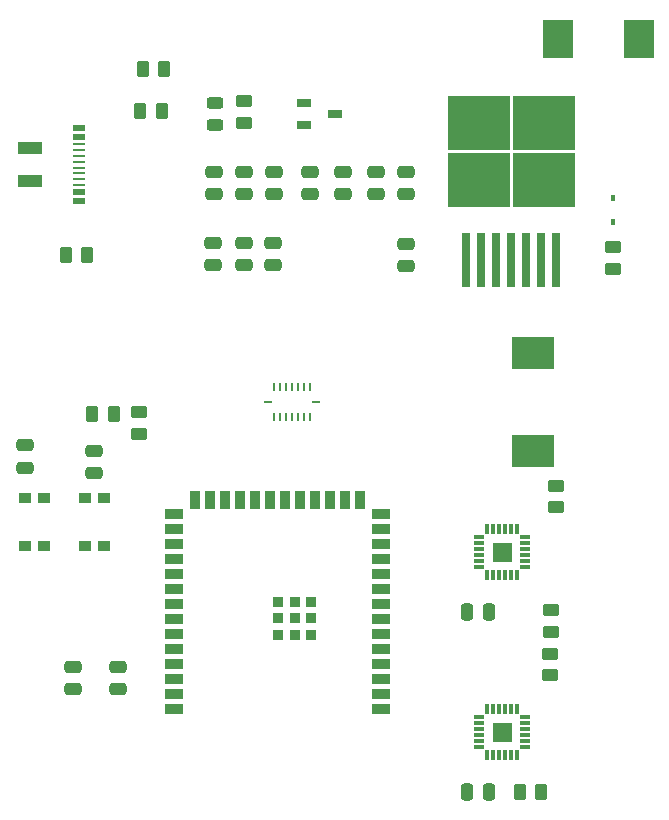
<source format=gtp>
G04 #@! TF.GenerationSoftware,KiCad,Pcbnew,(6.0.7)*
G04 #@! TF.CreationDate,2022-11-10T23:39:13-08:00*
G04 #@! TF.ProjectId,Gimbal,47696d62-616c-42e6-9b69-6361645f7063,rev?*
G04 #@! TF.SameCoordinates,Original*
G04 #@! TF.FileFunction,Paste,Top*
G04 #@! TF.FilePolarity,Positive*
%FSLAX46Y46*%
G04 Gerber Fmt 4.6, Leading zero omitted, Abs format (unit mm)*
G04 Created by KiCad (PCBNEW (6.0.7)) date 2022-11-10 23:39:13*
%MOMM*%
%LPD*%
G01*
G04 APERTURE LIST*
G04 Aperture macros list*
%AMRoundRect*
0 Rectangle with rounded corners*
0 $1 Rounding radius*
0 $2 $3 $4 $5 $6 $7 $8 $9 X,Y pos of 4 corners*
0 Add a 4 corners polygon primitive as box body*
4,1,4,$2,$3,$4,$5,$6,$7,$8,$9,$2,$3,0*
0 Add four circle primitives for the rounded corners*
1,1,$1+$1,$2,$3*
1,1,$1+$1,$4,$5*
1,1,$1+$1,$6,$7*
1,1,$1+$1,$8,$9*
0 Add four rect primitives between the rounded corners*
20,1,$1+$1,$2,$3,$4,$5,0*
20,1,$1+$1,$4,$5,$6,$7,0*
20,1,$1+$1,$6,$7,$8,$9,0*
20,1,$1+$1,$8,$9,$2,$3,0*%
G04 Aperture macros list end*
%ADD10C,0.010000*%
%ADD11R,1.000000X0.520000*%
%ADD12R,1.000000X0.270000*%
%ADD13R,2.000000X1.000000*%
%ADD14R,3.600000X2.700000*%
%ADD15RoundRect,0.250000X-0.262500X-0.450000X0.262500X-0.450000X0.262500X0.450000X-0.262500X0.450000X0*%
%ADD16R,1.000000X0.900000*%
%ADD17RoundRect,0.250000X-0.475000X0.250000X-0.475000X-0.250000X0.475000X-0.250000X0.475000X0.250000X0*%
%ADD18RoundRect,0.250000X-0.250000X-0.475000X0.250000X-0.475000X0.250000X0.475000X-0.250000X0.475000X0*%
%ADD19R,5.250000X4.550000*%
%ADD20R,0.800000X4.600000*%
%ADD21RoundRect,0.250000X0.475000X-0.250000X0.475000X0.250000X-0.475000X0.250000X-0.475000X-0.250000X0*%
%ADD22RoundRect,0.250000X0.262500X0.450000X-0.262500X0.450000X-0.262500X-0.450000X0.262500X-0.450000X0*%
%ADD23R,1.500000X0.900000*%
%ADD24R,0.900000X1.500000*%
%ADD25R,0.900000X0.900000*%
%ADD26R,1.220000X0.650000*%
%ADD27RoundRect,0.250000X-0.450000X0.262500X-0.450000X-0.262500X0.450000X-0.262500X0.450000X0.262500X0*%
%ADD28RoundRect,0.243750X-0.456250X0.243750X-0.456250X-0.243750X0.456250X-0.243750X0.456250X0.243750X0*%
%ADD29RoundRect,0.008100X0.421900X0.126900X-0.421900X0.126900X-0.421900X-0.126900X0.421900X-0.126900X0*%
%ADD30RoundRect,0.008100X-0.126900X0.421900X-0.126900X-0.421900X0.126900X-0.421900X0.126900X0.421900X0*%
%ADD31R,0.250000X0.675000*%
%ADD32R,0.675000X0.250000*%
%ADD33RoundRect,0.250000X0.450000X-0.262500X0.450000X0.262500X-0.450000X0.262500X-0.450000X-0.262500X0*%
%ADD34R,0.450000X0.600000*%
%ADD35R,2.500000X3.300000*%
G04 APERTURE END LIST*
G36*
X159741000Y-95009000D02*
G01*
X158191000Y-95009000D01*
X158191000Y-93459000D01*
X159741000Y-93459000D01*
X159741000Y-95009000D01*
G37*
D10*
X159741000Y-95009000D02*
X158191000Y-95009000D01*
X158191000Y-93459000D01*
X159741000Y-93459000D01*
X159741000Y-95009000D01*
G36*
X159741000Y-110249000D02*
G01*
X158191000Y-110249000D01*
X158191000Y-108699000D01*
X159741000Y-108699000D01*
X159741000Y-110249000D01*
G37*
X159741000Y-110249000D02*
X158191000Y-110249000D01*
X158191000Y-108699000D01*
X159741000Y-108699000D01*
X159741000Y-110249000D01*
D11*
X123175500Y-58344000D03*
X123175500Y-59094000D03*
D12*
X123175500Y-60194000D03*
X123175500Y-60694000D03*
X123175500Y-61694000D03*
X123175500Y-62694000D03*
D11*
X123175500Y-63794000D03*
X123175500Y-64544000D03*
X123175500Y-64544000D03*
X123175500Y-63794000D03*
D12*
X123175500Y-63194000D03*
X123175500Y-62194000D03*
X123175500Y-61194000D03*
X123175500Y-59694000D03*
D11*
X123175500Y-59094000D03*
X123175500Y-58344000D03*
D13*
X118975500Y-62844000D03*
X118975500Y-60044000D03*
D14*
X161592000Y-85684000D03*
X161592000Y-77384000D03*
D15*
X128335500Y-56896000D03*
X130160500Y-56896000D03*
X128524000Y-53340000D03*
X130349000Y-53340000D03*
D16*
X118542000Y-93744000D03*
X118542000Y-89644000D03*
X120142000Y-93744000D03*
X120142000Y-89644000D03*
D17*
X139662000Y-62042000D03*
X139662000Y-63942000D03*
D18*
X155984000Y-99314000D03*
X157884000Y-99314000D03*
D17*
X139557000Y-68072000D03*
X139557000Y-69972000D03*
D19*
X162522000Y-57912000D03*
X156972000Y-62762000D03*
X162522000Y-62762000D03*
X156972000Y-57912000D03*
D20*
X155937000Y-69487000D03*
X157207000Y-69487000D03*
X158477000Y-69487000D03*
X159747000Y-69487000D03*
X161017000Y-69487000D03*
X162287000Y-69487000D03*
X163557000Y-69487000D03*
D21*
X126454000Y-105852000D03*
X126454000Y-103952000D03*
D22*
X162268000Y-114554000D03*
X160443000Y-114554000D03*
D23*
X148666000Y-107574000D03*
X148666000Y-106304000D03*
X148666000Y-105034000D03*
X148666000Y-103764000D03*
X148666000Y-102494000D03*
X148666000Y-101224000D03*
X148666000Y-99954000D03*
X148666000Y-98684000D03*
X148666000Y-97414000D03*
X148666000Y-96144000D03*
X148666000Y-94874000D03*
X148666000Y-93604000D03*
X148666000Y-92334000D03*
X148666000Y-91064000D03*
D24*
X146901000Y-89814000D03*
X145631000Y-89814000D03*
X144361000Y-89814000D03*
X143091000Y-89814000D03*
X141821000Y-89814000D03*
X140551000Y-89814000D03*
X139281000Y-89814000D03*
X138011000Y-89814000D03*
X136741000Y-89814000D03*
X135471000Y-89814000D03*
X134201000Y-89814000D03*
X132931000Y-89814000D03*
D23*
X131166000Y-91064000D03*
X131166000Y-92334000D03*
X131166000Y-93604000D03*
X131166000Y-94874000D03*
X131166000Y-96144000D03*
X131166000Y-97414000D03*
X131166000Y-98684000D03*
X131166000Y-99954000D03*
X131166000Y-101224000D03*
X131166000Y-102494000D03*
X131166000Y-103764000D03*
X131166000Y-105034000D03*
X131166000Y-106304000D03*
X131166000Y-107574000D03*
D25*
X141416000Y-98454000D03*
X140016000Y-99854000D03*
X142816000Y-98454000D03*
X142816000Y-99854000D03*
X140016000Y-98454000D03*
X140016000Y-101254000D03*
X141416000Y-101254000D03*
X142816000Y-101254000D03*
X141416000Y-99854000D03*
D26*
X142162000Y-56200000D03*
X142162000Y-58100000D03*
X144782000Y-57150000D03*
D27*
X128232000Y-82399500D03*
X128232000Y-84224500D03*
D28*
X134620000Y-56212500D03*
X134620000Y-58087500D03*
D17*
X118522000Y-85194000D03*
X118522000Y-87094000D03*
D29*
X160901000Y-95484000D03*
X160901000Y-94984000D03*
X160901000Y-94484000D03*
X160901000Y-93984000D03*
X160901000Y-93484000D03*
X160901000Y-92984000D03*
D30*
X160216000Y-92299000D03*
X159716000Y-92299000D03*
X159216000Y-92299000D03*
X158716000Y-92299000D03*
X158216000Y-92299000D03*
X157716000Y-92299000D03*
D29*
X157031000Y-92984000D03*
X157031000Y-93484000D03*
X157031000Y-93984000D03*
X157031000Y-94484000D03*
X157031000Y-94984000D03*
X157031000Y-95484000D03*
D30*
X157716000Y-96169000D03*
X158216000Y-96169000D03*
X158716000Y-96169000D03*
X159216000Y-96169000D03*
X159716000Y-96169000D03*
X160216000Y-96169000D03*
D29*
X160901000Y-110724000D03*
X160901000Y-110224000D03*
X160901000Y-109724000D03*
X160901000Y-109224000D03*
X160901000Y-108724000D03*
X160901000Y-108224000D03*
D30*
X160216000Y-107539000D03*
X159716000Y-107539000D03*
X159216000Y-107539000D03*
X158716000Y-107539000D03*
X158216000Y-107539000D03*
X157716000Y-107539000D03*
D29*
X157031000Y-108224000D03*
X157031000Y-108724000D03*
X157031000Y-109224000D03*
X157031000Y-109724000D03*
X157031000Y-110224000D03*
X157031000Y-110724000D03*
D30*
X157716000Y-111409000D03*
X158216000Y-111409000D03*
X158716000Y-111409000D03*
X159216000Y-111409000D03*
X159716000Y-111409000D03*
X160216000Y-111409000D03*
D17*
X137122000Y-68072000D03*
X137122000Y-69972000D03*
X145504000Y-62042000D03*
X145504000Y-63942000D03*
D22*
X123848500Y-69088000D03*
X122023500Y-69088000D03*
D21*
X150838000Y-70038000D03*
X150838000Y-68138000D03*
X122644000Y-105852000D03*
X122644000Y-103952000D03*
D31*
X142686000Y-82796500D03*
X142186000Y-82796500D03*
X141686000Y-82796500D03*
X141186000Y-82796500D03*
X140686000Y-82796500D03*
X140186000Y-82796500D03*
X139686000Y-82796500D03*
D32*
X139173500Y-81534000D03*
D31*
X139686000Y-80271500D03*
X140186000Y-80271500D03*
X140686000Y-80271500D03*
X141186000Y-80271500D03*
X141686000Y-80271500D03*
X142186000Y-80271500D03*
X142686000Y-80271500D03*
D32*
X143198500Y-81534000D03*
D33*
X163538000Y-90471000D03*
X163538000Y-88646000D03*
D22*
X126096500Y-82550000D03*
X124271500Y-82550000D03*
D17*
X134582000Y-62042000D03*
X134582000Y-63942000D03*
D27*
X163068000Y-99163500D03*
X163068000Y-100988500D03*
D34*
X168364000Y-66328000D03*
X168364000Y-64228000D03*
D17*
X142710000Y-62042000D03*
X142710000Y-63942000D03*
D18*
X155984000Y-114554000D03*
X157884000Y-114554000D03*
D27*
X137122000Y-56087000D03*
X137122000Y-57912000D03*
D33*
X163030000Y-104695000D03*
X163030000Y-102870000D03*
D16*
X123622000Y-93744000D03*
X123622000Y-89644000D03*
X125222000Y-93744000D03*
X125222000Y-89644000D03*
D17*
X137122000Y-62042000D03*
X137122000Y-63942000D03*
X150838000Y-62042000D03*
X150838000Y-63942000D03*
X134477000Y-68072000D03*
X134477000Y-69972000D03*
X148298000Y-62042000D03*
X148298000Y-63942000D03*
D33*
X168364000Y-70254500D03*
X168364000Y-68429500D03*
D35*
X170532000Y-50800000D03*
X163732000Y-50800000D03*
D17*
X124422000Y-85664000D03*
X124422000Y-87564000D03*
M02*

</source>
